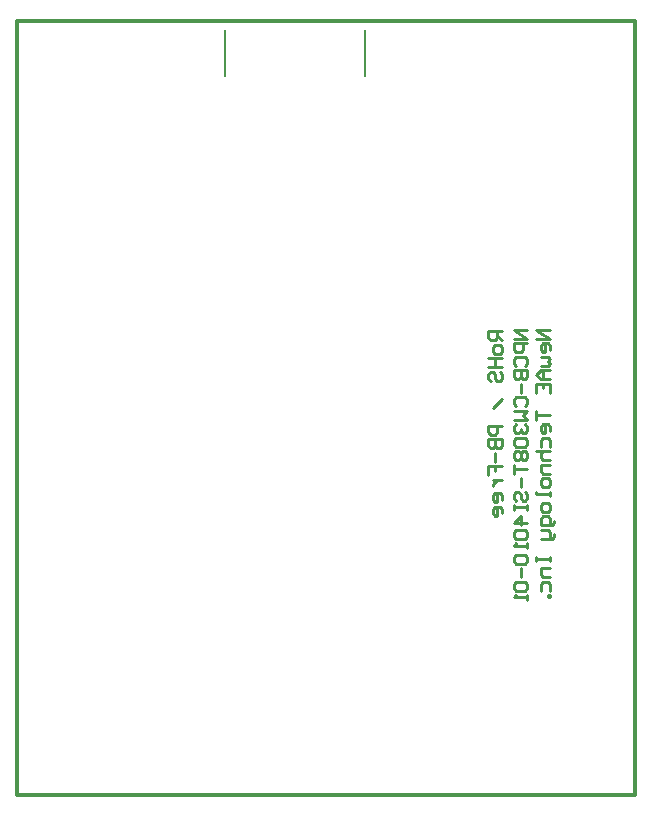
<source format=gbo>
G04 Layer_Color=32896*
%FSLAX25Y25*%
%MOIN*%
G70*
G01*
G75*
%ADD23C,0.01000*%
%ADD26C,0.01181*%
%ADD35C,0.00787*%
D23*
X448000Y370500D02*
X443502D01*
Y368251D01*
X444251Y367501D01*
X445751D01*
X446500Y368251D01*
Y370500D01*
Y369001D02*
X448000Y367501D01*
Y365252D02*
Y363752D01*
X447250Y363002D01*
X445751D01*
X445001Y363752D01*
Y365252D01*
X445751Y366002D01*
X447250D01*
X448000Y365252D01*
X443502Y361503D02*
X448000D01*
X445751D01*
Y358504D01*
X443502D01*
X448000D01*
X444251Y354005D02*
X443502Y354755D01*
Y356255D01*
X444251Y357004D01*
X445001D01*
X445751Y356255D01*
Y354755D01*
X446500Y354005D01*
X447250D01*
X448000Y354755D01*
Y356255D01*
X447250Y357004D01*
X448000Y348007D02*
X445001Y345008D01*
X448000Y339010D02*
X443502D01*
Y336761D01*
X444251Y336011D01*
X445751D01*
X446500Y336761D01*
Y339010D01*
X443502Y334512D02*
X448000D01*
Y332262D01*
X447250Y331513D01*
X446500D01*
X445751Y332262D01*
Y334512D01*
Y332262D01*
X445001Y331513D01*
X444251D01*
X443502Y332262D01*
Y334512D01*
X445751Y330013D02*
Y327014D01*
X443502Y322516D02*
Y325515D01*
X445751D01*
Y324015D01*
Y325515D01*
X448000D01*
X445001Y321016D02*
X448000D01*
X446500D01*
X445751Y320266D01*
X445001Y319516D01*
Y318767D01*
X448000Y314268D02*
Y315768D01*
X447250Y316517D01*
X445751D01*
X445001Y315768D01*
Y314268D01*
X445751Y313518D01*
X446500D01*
Y316517D01*
X448000Y309770D02*
Y311269D01*
X447250Y312019D01*
X445751D01*
X445001Y311269D01*
Y309770D01*
X445751Y309020D01*
X446500D01*
Y312019D01*
X456500Y371000D02*
X452001D01*
X456500Y368001D01*
X452001D01*
X456500Y366501D02*
X452001D01*
Y364252D01*
X452751Y363502D01*
X454251D01*
X455000Y364252D01*
Y366501D01*
X452751Y359004D02*
X452001Y359754D01*
Y361253D01*
X452751Y362003D01*
X455750D01*
X456500Y361253D01*
Y359754D01*
X455750Y359004D01*
X452001Y357504D02*
X456500D01*
Y355255D01*
X455750Y354505D01*
X455000D01*
X454251Y355255D01*
Y357504D01*
Y355255D01*
X453501Y354505D01*
X452751D01*
X452001Y355255D01*
Y357504D01*
X454251Y353006D02*
Y350007D01*
X452751Y345508D02*
X452001Y346258D01*
Y347758D01*
X452751Y348507D01*
X455750D01*
X456500Y347758D01*
Y346258D01*
X455750Y345508D01*
X452001Y344009D02*
X456500D01*
X455000Y342509D01*
X456500Y341010D01*
X452001D01*
X452751Y339510D02*
X452001Y338760D01*
Y337261D01*
X452751Y336511D01*
X453501D01*
X454251Y337261D01*
Y338011D01*
Y337261D01*
X455000Y336511D01*
X455750D01*
X456500Y337261D01*
Y338760D01*
X455750Y339510D01*
X452751Y335012D02*
X452001Y334262D01*
Y332762D01*
X452751Y332013D01*
X455750D01*
X456500Y332762D01*
Y334262D01*
X455750Y335012D01*
X452751D01*
Y330513D02*
X452001Y329763D01*
Y328264D01*
X452751Y327514D01*
X453501D01*
X454251Y328264D01*
X455000Y327514D01*
X455750D01*
X456500Y328264D01*
Y329763D01*
X455750Y330513D01*
X455000D01*
X454251Y329763D01*
X453501Y330513D01*
X452751D01*
X454251Y329763D02*
Y328264D01*
X452001Y326014D02*
Y323015D01*
Y324515D01*
X456500D01*
X454251Y321516D02*
Y318517D01*
X452751Y314018D02*
X452001Y314768D01*
Y316268D01*
X452751Y317017D01*
X453501D01*
X454251Y316268D01*
Y314768D01*
X455000Y314018D01*
X455750D01*
X456500Y314768D01*
Y316268D01*
X455750Y317017D01*
X452001Y312519D02*
Y311019D01*
Y311769D01*
X456500D01*
Y312519D01*
Y311019D01*
Y306521D02*
X452001D01*
X454251Y308770D01*
Y305771D01*
X452751Y304272D02*
X452001Y303522D01*
Y302022D01*
X452751Y301273D01*
X455750D01*
X456500Y302022D01*
Y303522D01*
X455750Y304272D01*
X452751D01*
X456500Y299773D02*
Y298273D01*
Y299023D01*
X452001D01*
X452751Y299773D01*
Y296024D02*
X452001Y295274D01*
Y293775D01*
X452751Y293025D01*
X455750D01*
X456500Y293775D01*
Y295274D01*
X455750Y296024D01*
X452751D01*
X454251Y291526D02*
Y288527D01*
X452751Y287027D02*
X452001Y286277D01*
Y284778D01*
X452751Y284028D01*
X455750D01*
X456500Y284778D01*
Y286277D01*
X455750Y287027D01*
X452751D01*
X456500Y282528D02*
Y281029D01*
Y281779D01*
X452001D01*
X452751Y282528D01*
X464000Y371000D02*
X459502D01*
X464000Y368001D01*
X459502D01*
X464000Y364252D02*
Y365752D01*
X463250Y366501D01*
X461751D01*
X461001Y365752D01*
Y364252D01*
X461751Y363502D01*
X462500D01*
Y366501D01*
X461001Y362003D02*
X463250D01*
X464000Y361253D01*
X463250Y360503D01*
X464000Y359754D01*
X463250Y359004D01*
X461001D01*
X464000Y357504D02*
X461001D01*
X459502Y356005D01*
X461001Y354505D01*
X464000D01*
X461751D01*
Y357504D01*
X459502Y350007D02*
Y353006D01*
X464000D01*
Y350007D01*
X461751Y353006D02*
Y351506D01*
X459502Y344009D02*
Y341010D01*
Y342509D01*
X464000D01*
Y337261D02*
Y338760D01*
X463250Y339510D01*
X461751D01*
X461001Y338760D01*
Y337261D01*
X461751Y336511D01*
X462500D01*
Y339510D01*
X461001Y332013D02*
Y334262D01*
X461751Y335012D01*
X463250D01*
X464000Y334262D01*
Y332013D01*
X459502Y330513D02*
X464000D01*
X461751D01*
X461001Y329763D01*
Y328264D01*
X461751Y327514D01*
X464000D01*
Y326014D02*
X461001D01*
Y323765D01*
X461751Y323015D01*
X464000D01*
Y320766D02*
Y319267D01*
X463250Y318517D01*
X461751D01*
X461001Y319267D01*
Y320766D01*
X461751Y321516D01*
X463250D01*
X464000Y320766D01*
Y317017D02*
Y315518D01*
Y316268D01*
X459502D01*
Y317017D01*
X464000Y312519D02*
Y311019D01*
X463250Y310270D01*
X461751D01*
X461001Y311019D01*
Y312519D01*
X461751Y313269D01*
X463250D01*
X464000Y312519D01*
X465499Y307271D02*
Y306521D01*
X464750Y305771D01*
X461001D01*
Y308020D01*
X461751Y308770D01*
X463250D01*
X464000Y308020D01*
Y305771D01*
X461001Y304272D02*
X463250D01*
X464000Y303522D01*
Y301273D01*
X464750D01*
X465499Y302022D01*
Y302772D01*
X464000Y301273D02*
X461001D01*
X459502Y295274D02*
Y293775D01*
Y294525D01*
X464000D01*
Y295274D01*
Y293775D01*
Y291526D02*
X461001D01*
Y289276D01*
X461751Y288527D01*
X464000D01*
X461001Y284028D02*
Y286277D01*
X461751Y287027D01*
X463250D01*
X464000Y286277D01*
Y284028D01*
Y282528D02*
X463250D01*
Y281779D01*
X464000D01*
Y282528D01*
D26*
X286500Y216000D02*
Y474000D01*
X492500D01*
Y216000D02*
Y474000D01*
X286500Y216000D02*
X492500D01*
D35*
X402228Y455732D02*
Y471087D01*
X355772Y455732D02*
Y471087D01*
M02*

</source>
